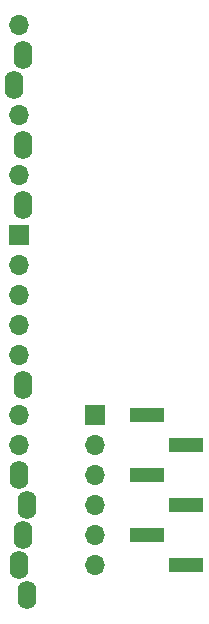
<source format=gbr>
%TF.GenerationSoftware,KiCad,Pcbnew,7.0.9*%
%TF.CreationDate,2024-01-28T12:44:50+11:00*%
%TF.ProjectId,Camera-Wing-SHIM,43616d65-7261-42d5-9769-6e672d534849,rev?*%
%TF.SameCoordinates,Original*%
%TF.FileFunction,Soldermask,Top*%
%TF.FilePolarity,Negative*%
%FSLAX46Y46*%
G04 Gerber Fmt 4.6, Leading zero omitted, Abs format (unit mm)*
G04 Created by KiCad (PCBNEW 7.0.9) date 2024-01-28 12:44:50*
%MOMM*%
%LPD*%
G01*
G04 APERTURE LIST*
%ADD10R,1.700000X1.700000*%
%ADD11O,1.700000X1.700000*%
%ADD12O,1.600000X2.400000*%
%ADD13R,3.000000X1.200000*%
G04 APERTURE END LIST*
D10*
%TO.C,J3*%
X87775000Y-112994000D03*
D11*
X87775000Y-115534000D03*
X87775000Y-118074000D03*
X87775000Y-120614000D03*
X87775000Y-123154000D03*
X87775000Y-125694000D03*
%TD*%
%TO.C,J1*%
X81315000Y-80010000D03*
D12*
X81665000Y-82550000D03*
X80965000Y-85090000D03*
D11*
X81315000Y-87630000D03*
D12*
X81665000Y-90170000D03*
D11*
X81315000Y-92710000D03*
D12*
X81665000Y-95250000D03*
D10*
X81315000Y-97790000D03*
D11*
X81315000Y-100330000D03*
X81315000Y-102870000D03*
X81315000Y-105410000D03*
X81315000Y-107950000D03*
D12*
X81665000Y-110490000D03*
D11*
X81315000Y-113030000D03*
X81315000Y-115570000D03*
D12*
X81315000Y-118110000D03*
X82015000Y-120650000D03*
X81665000Y-123190000D03*
X81315000Y-125730000D03*
X82015000Y-128270000D03*
%TD*%
D13*
%TO.C,J2*%
X92216000Y-112994000D03*
X95526000Y-115534000D03*
X92216000Y-118074000D03*
X95526000Y-120614000D03*
X92216000Y-123154000D03*
X95526000Y-125694000D03*
%TD*%
M02*

</source>
